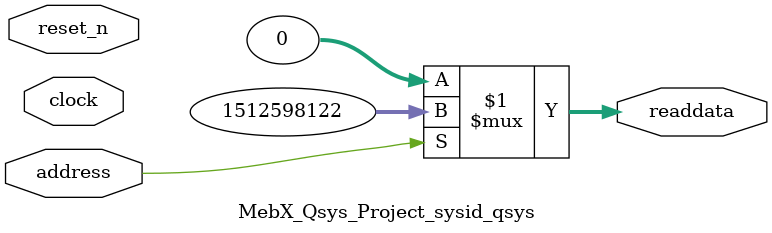
<source format=v>



// synthesis translate_off
`timescale 1ns / 1ps
// synthesis translate_on

// turn off superfluous verilog processor warnings 
// altera message_level Level1 
// altera message_off 10034 10035 10036 10037 10230 10240 10030 

module MebX_Qsys_Project_sysid_qsys (
               // inputs:
                address,
                clock,
                reset_n,

               // outputs:
                readdata
             )
;

  output  [ 31: 0] readdata;
  input            address;
  input            clock;
  input            reset_n;

  wire    [ 31: 0] readdata;
  //control_slave, which is an e_avalon_slave
  assign readdata = address ? 1512598122 : 0;

endmodule



</source>
